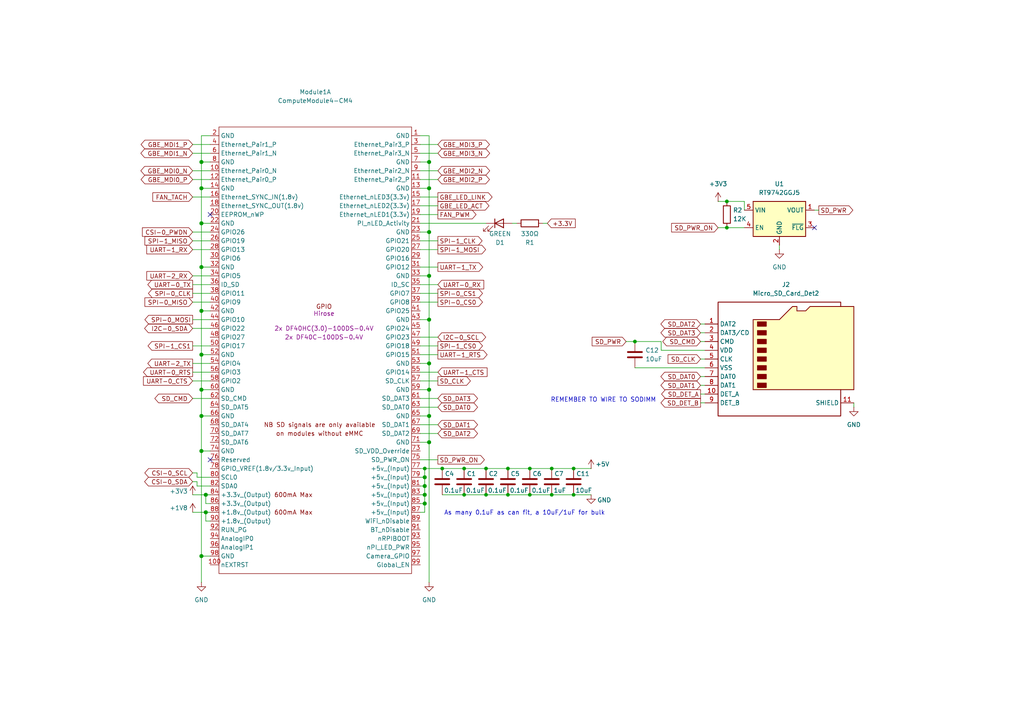
<source format=kicad_sch>
(kicad_sch (version 20250114) (generator "eeschema") (generator_version "9.0")
  (paper "A4")
  (title_block (title "CM4/CM5 Carrier Board"))
  (lib_symbols
    (symbol "CM4IO:ComputeModule4-CM4"
      (property "Reference" "Module" (at 113.03 -68.58 0))
      (property "Value" "ComputeModule4-CM4" (at 140.97 2.54 0))
      (property "Manufacturer" "Hirose" (at 0 0 0))
      (property "MPN" "2x DF40C-100DS-0.4V" (at 0 -2.54 0))
      (property "MPN (Alt)" "2x DF40HC(3.0)-100DS-0.4V" (at 0 0 0))
      (symbol "ComputeModule4-CM4_1_0"
        (text "GPIO" (at 0 6.35 0) (effects (font (size 1.27 1.27))))
      )
      (symbol "ComputeModule4-CM4_1_1"
        (rectangle (start -30.48 -71.12) (end 25.4 58.42))
        (text "600mA Max" (at -8.89 -48.26 0) (effects (font (size 1.27 1.27))))
        (text "600mA Max" (at -8.89 -53.34 0) (effects (font (size 1.27 1.27))))
        (text "NB SD signals are only available" (at -1.27 -27.94 0) (effects (font (size 1.27 1.27))))
        (text "on modules without eMMC" (at -1.27 -30.48 0) (effects (font (size 1.27 1.27))))
        (pin power_in line (at -33.02 55.88 0) (length 2.54) (name "GND") (number "2"))
        (pin passive line (at -33.02 53.34 0) (length 2.54) (name "Ethernet_Pair1_P") (number "4"))
        (pin passive line (at -33.02 50.8 0) (length 2.54) (name "Ethernet_Pair1_N") (number "6"))
        (pin power_in line (at -33.02 48.26 0) (length 2.54) (name "GND") (number "8"))
        (pin passive line (at -33.02 45.72 0) (length 2.54) (name "Ethernet_Pair0_N") (number "10"))
        (pin passive line (at -33.02 43.18 0) (length 2.54) (name "Ethernet_Pair0_P") (number "12"))
        (pin power_in line (at -33.02 40.64 0) (length 2.54) (name "GND") (number "14"))
        (pin input line (at -33.02 38.1 0) (length 2.54) (name "Ethernet_SYNC_IN(1.8v)") (number "16"))
        (pin input line (at -33.02 35.56 0) (length 2.54) (name "Ethernet_SYNC_OUT(1.8v)") (number "18"))
        (pin passive line (at -33.02 33.02 0) (length 2.54) (name "EEPROM_nWP") (number "20"))
        (pin power_in line (at -33.02 30.48 0) (length 2.54) (name "GND") (number "22"))
        (pin passive line (at -33.02 27.94 0) (length 2.54) (name "GPIO26") (number "24"))
        (pin passive line (at -33.02 25.4 0) (length 2.54) (name "GPIO19") (number "26"))
        (pin passive line (at -33.02 22.86 0) (length 2.54) (name "GPIO13") (number "28"))
        (pin passive line (at -33.02 20.32 0) (length 2.54) (name "GPIO6") (number "30"))
        (pin power_in line (at -33.02 17.78 0) (length 2.54) (name "GND") (number "32"))
        (pin passive line (at -33.02 15.24 0) (length 2.54) (name "GPIO5") (number "34"))
        (pin passive line (at -33.02 12.7 0) (length 2.54) (name "ID_SD") (number "36"))
        (pin passive line (at -33.02 10.16 0) (length 2.54) (name "GPIO11") (number "38"))
        (pin passive line (at -33.02 7.62 0) (length 2.54) (name "GPIO9") (number "40"))
        (pin power_in line (at -33.02 5.08 0) (length 2.54) (name "GND") (number "42"))
        (pin passive line (at -33.02 2.54 0) (length 2.54) (name "GPIO10") (number "44"))
        (pin passive line (at -33.02 0 0) (length 2.54) (name "GPIO22") (number "46"))
        (pin passive line (at -33.02 -2.54 0) (length 2.54) (name "GPIO27") (number "48"))
        (pin passive line (at -33.02 -5.08 0) (length 2.54) (name "GPIO17") (number "50"))
        (pin power_in line (at -33.02 -7.62 0) (length 2.54) (name "GND") (number "52"))
        (pin passive line (at -33.02 -10.16 0) (length 2.54) (name "GPIO4") (number "54"))
        (pin passive line (at -33.02 -12.7 0) (length 2.54) (name "GPIO3") (number "56"))
        (pin passive line (at -33.02 -15.24 0) (length 2.54) (name "GPIO2") (number "58"))
        (pin power_in line (at -33.02 -17.78 0) (length 2.54) (name "GND") (number "60"))
        (pin passive line (at -33.02 -20.32 0) (length 2.54) (name "SD_CMD") (number "62"))
        (pin passive line (at -33.02 -22.86 0) (length 2.54) (name "SD_DAT5") (number "64"))
        (pin power_in line (at -33.02 -25.4 0) (length 2.54) (name "GND") (number "66"))
        (pin passive line (at -33.02 -27.94 0) (length 2.54) (name "SD_DAT4") (number "68"))
        (pin passive line (at -33.02 -30.48 0) (length 2.54) (name "SD_DAT7") (number "70"))
        (pin passive line (at -33.02 -33.02 0) (length 2.54) (name "SD_DAT6") (number "72"))
        (pin power_in line (at -33.02 -35.56 0) (length 2.54) (name "GND") (number "74"))
        (pin passive line (at -33.02 -38.1 0) (length 2.54) (name "Reserved") (number "76"))
        (pin power_in line (at -33.02 -40.64 0) (length 2.54) (name "GPIO_VREF(1.8v/3.3v_Input)") (number "78"))
        (pin passive line (at -33.02 -43.18 0) (length 2.54) (name "SCL0") (number "80"))
        (pin passive line (at -33.02 -45.72 0) (length 2.54) (name "SDA0") (number "82"))
        (pin power_out line (at -33.02 -48.26 0) (length 2.54) (name "+3.3v_(Output)") (number "84"))
        (pin power_out line (at -33.02 -50.8 0) (length 2.54) (name "+3.3v_(Output)") (number "86"))
        (pin power_out line (at -33.02 -53.34 0) (length 2.54) (name "+1.8v_(Output)") (number "88"))
        (pin power_out line (at -33.02 -55.88 0) (length 2.54) (name "+1.8v_(Output)") (number "90"))
        (pin passive line (at -33.02 -58.42 0) (length 2.54) (name "RUN_PG") (number "92"))
        (pin passive line (at -33.02 -60.96 0) (length 2.54) (name "AnalogIP0") (number "94"))
        (pin passive line (at -33.02 -63.5 0) (length 2.54) (name "AnalogIP1") (number "96"))
        (pin power_in line (at -33.02 -66.04 0) (length 2.54) (name "GND") (number "98"))
        (pin output line (at -33.02 -68.58 0) (length 2.54) (name "nEXTRST") (number "100"))
        (pin power_in line (at 27.94 55.88 180) (length 2.54) (name "GND") (number "1"))
        (pin passive line (at 27.94 53.34 180) (length 2.54) (name "Ethernet_Pair3_P") (number "3"))
        (pin passive line (at 27.94 50.8 180) (length 2.54) (name "Ethernet_Pair3_N") (number "5"))
        (pin power_in line (at 27.94 48.26 180) (length 2.54) (name "GND") (number "7"))
        (pin passive line (at 27.94 45.72 180) (length 2.54) (name "Ethernet_Pair2_N") (number "9"))
        (pin passive line (at 27.94 43.18 180) (length 2.54) (name "Ethernet_Pair2_P") (number "11"))
        (pin power_in line (at 27.94 40.64 180) (length 2.54) (name "GND") (number "13"))
        (pin output line (at 27.94 38.1 180) (length 2.54) (name "Ethernet_nLED3(3.3v)") (number "15"))
        (pin output line (at 27.94 35.56 180) (length 2.54) (name "Ethernet_nLED2(3.3v)") (number "17"))
        (pin output line (at 27.94 33.02 180) (length 2.54) (name "Ethernet_nLED1(3.3v)") (number "19"))
        (pin open_collector line (at 27.94 30.48 180) (length 2.54) (name "PI_nLED_Activity") (number "21"))
        (pin power_in line (at 27.94 27.94 180) (length 2.54) (name "GND") (number "23"))
        (pin passive line (at 27.94 25.4 180) (length 2.54) (name "GPIO21") (number "25"))
        (pin passive line (at 27.94 22.86 180) (length 2.54) (name "GPIO20") (number "27"))
        (pin passive line (at 27.94 20.32 180) (length 2.54) (name "GPIO16") (number "29"))
        (pin passive line (at 27.94 17.78 180) (length 2.54) (name "GPIO12") (number "31"))
        (pin power_in line (at 27.94 15.24 180) (length 2.54) (name "GND") (number "33"))
        (pin passive line (at 27.94 12.7 180) (length 2.54) (name "ID_SC") (number "35"))
        (pin passive line (at 27.94 10.16 180) (length 2.54) (name "GPIO7") (number "37"))
        (pin passive line (at 27.94 7.62 180) (length 2.54) (name "GPIO8") (number "39"))
        (pin passive line (at 27.94 5.08 180) (length 2.54) (name "GPIO25") (number "41"))
        (pin power_in line (at 27.94 2.54 180) (length 2.54) (name "GND") (number "43"))
        (pin passive line (at 27.94 0 180) (length 2.54) (name "GPIO24") (number "45"))
        (pin passive line (at 27.94 -2.54 180) (length 2.54) (name "GPIO23") (number "47"))
        (pin passive line (at 27.94 -5.08 180) (length 2.54) (name "GPIO18") (number "49"))
        (pin passive line (at 27.94 -7.62 180) (length 2.54) (name "GPIO15") (number "51"))
        (pin power_in line (at 27.94 -10.16 180) (length 2.54) (name "GND") (number "53"))
        (pin passive line (at 27.94 -12.7 180) (length 2.54) (name "GPIO14") (number "55"))
        (pin passive line (at 27.94 -15.24 180) (length 2.54) (name "SD_CLK") (number "57"))
        (pin power_in line (at 27.94 -17.78 180) (length 2.54) (name "GND") (number "59"))
        (pin passive line (at 27.94 -20.32 180) (length 2.54) (name "SD_DAT3") (number "61"))
        (pin passive line (at 27.94 -22.86 180) (length 2.54) (name "SD_DAT0") (number "63"))
        (pin power_in line (at 27.94 -25.4 180) (length 2.54) (name "GND") (number "65"))
        (pin passive line (at 27.94 -27.94 180) (length 2.54) (name "SD_DAT1") (number "67"))
        (pin passive line (at 27.94 -30.48 180) (length 2.54) (name "SD_DAT2") (number "69"))
        (pin power_in line (at 27.94 -33.02 180) (length 2.54) (name "GND") (number "71"))
        (pin input line (at 27.94 -35.56 180) (length 2.54) (name "SD_VDD_Override") (number "73"))
        (pin output line (at 27.94 -38.1 180) (length 2.54) (name "SD_PWR_ON") (number "75"))
        (pin power_in line (at 27.94 -40.64 180) (length 2.54) (name "+5v_(Input)") (number "77"))
        (pin power_in line (at 27.94 -43.18 180) (length 2.54) (name "+5v_(Input)") (number "79"))
        (pin power_in line (at 27.94 -45.72 180) (length 2.54) (name "+5v_(Input)") (number "81"))
        (pin power_in line (at 27.94 -48.26 180) (length 2.54) (name "+5v_(Input)") (number "83"))
        (pin power_in line (at 27.94 -50.8 180) (length 2.54) (name "+5v_(Input)") (number "85"))
        (pin power_in line (at 27.94 -53.34 180) (length 2.54) (name "+5v_(Input)") (number "87"))
        (pin power_in line (at 27.94 -55.88 180) (length 2.54) (name "WiFi_nDisable") (number "89"))
        (pin power_in line (at 27.94 -58.42 180) (length 2.54) (name "BT_nDisable") (number "91"))
        (pin input line (at 27.94 -60.96 180) (length 2.54) (name "nRPIBOOT") (number "93"))
        (pin output line (at 27.94 -63.5 180) (length 2.54) (name "nPI_LED_PWR") (number "95"))
        (pin passive line (at 27.94 -66.04 180) (length 2.54) (name "Camera_GPIO") (number "97"))
        (pin input line (at 27.94 -68.58 180) (length 2.54) (name "Global_EN") (number "99"))
      )
      (symbol "ComputeModule4-CM4_2_1"
        (rectangle (start 114.3 -66.04) (end 165.1 63.5))
        (text "High Speed Serial" (at 140.97 0 0) (effects (font (size 1.27 1.27))))
        (pin input line (at 109.22 60.96 0) (length 5.08) (name "PCIe_CLK_nREQ") (number "102"))
        (pin passive line (at 109.22 58.42 0) (length 5.08) (name "Reserved") (number "104"))
        (pin passive line (at 109.22 55.88 0) (length 5.08) (name "Reserved") (number "106"))
        (pin power_in line (at 109.22 53.34 0) (length 5.08) (name "GND") (number "108"))
        (pin output line (at 109.22 50.8 0) (length 5.08) (name "PCIe_CLK_P") (number "110"))
        (pin output line (at 109.22 48.26 0) (length 5.08) (name "PCIe_CLK_N") (number "112"))
        (pin power_in line (at 109.22 45.72 0) (length 5.08) (name "GND") (number "114"))
        (pin input line (at 109.22 43.18 0) (length 5.08) (name "PCIe_RX_P") (number "116"))
        (pin input line (at 109.22 40.64 0) (length 5.08) (name "PCIe_RX_N") (number "118"))
        (pin power_in line (at 109.22 38.1 0) (length 5.08) (name "GND") (number "120"))
        (pin output line (at 109.22 35.56 0) (length 5.08) (name "PCIe_TX_P") (number "122"))
        (pin output line (at 109.22 33.02 0) (length 5.08) (name "PCIe_TX_N") (number "124"))
        (pin power_in line (at 109.22 30.48 0) (length 5.08) (name "GND") (number "126"))
        (pin input line (at 109.22 27.94 0) (length 5.08) (name "CAM0_D0_N") (number "128"))
        (pin input line (at 109.22 25.4 0) (length 5.08) (name "CAM0_D0_P") (number "130"))
        (pin power_in line (at 109.22 22.86 0) (length 5.08) (name "GND") (number "132"))
        (pin input line (at 109.22 20.32 0) (length 5.08) (name "CAM0_D1_N") (number "134"))
        (pin input line (at 109.22 17.78 0) (length 5.08) (name "CAM0_D1_P") (number "136"))
        (pin power_in line (at 109.22 15.24 0) (length 5.08) (name "GND") (number "138"))
        (pin input line (at 109.22 12.7 0) (length 5.08) (name "CAM0_C_N") (number "140"))
        (pin input line (at 109.22 10.16 0) (length 5.08) (name "CAM0_C_P") (number "142"))
        (pin power_in line (at 109.22 7.62 0) (length 5.08) (name "GND") (number "144"))
        (pin output line (at 109.22 5.08 0) (length 5.08) (name "HDMI1_TX2_P") (number "146"))
        (pin output line (at 109.22 2.54 0) (length 5.08) (name "HDMI1_TX2_N") (number "148"))
        (pin power_in line (at 109.22 0 0) (length 5.08) (name "GND") (number "150"))
        (pin output line (at 109.22 -2.54 0) (length 5.08) (name "HDMI1_TX1_P") (number "152"))
        (pin output line (at 109.22 -5.08 0) (length 5.08) (name "HDMI1_TX1_N") (number "154"))
        (pin power_in line (at 109.22 -7.62 0) (length 5.08) (name "GND") (number "156"))
        (pin output line (at 109.22 -10.16 0) (length 5.08) (name "HDMI1_TX0_P") (number "158"))
        (pin output line (at 109.22 -12.7 0) (length 5.08) (name "HDMI1_TX0_N") (number "160"))
        (pin power_in line (at 109.22 -15.24 0) (length 5.08) (name "GND") (number "162"))
        (pin output line (at 109.22 -17.78 0) (length 5.08) (name "HDMI1_CLK_P") (number "164"))
        (pin output line (at 109.22 -20.32 0) (length 5.08) (name "HDMI1_CLK_N") (number "166"))
        (pin power_in line (at 109.22 -22.86 0) (length 5.08) (name "GND") (number "168"))
        (pin output line (at 109.22 -25.4 0) (length 5.08) (name "HDMI0_TX2_P") (number "170"))
        (pin output line (at 109.22 -27.94 0) (length 5.08) (name "HDMI0_TX2_N") (number "172"))
        (pin power_in line (at 109.22 -30.48 0) (length 5.08) (name "GND") (number "174"))
        (pin output line (at 109.22 -33.02 0) (length 5.08) (name "HDMI0_TX1_P") (number "176"))
        (pin output line (at 109.22 -35.56 0) (length 5.08) (name "HDMI0_TX1_N") (number "178"))
        (pin power_in line (at 109.22 -38.1 0) (length 5.08) (name "GND") (number "180"))
        (pin output line (at 109.22 -40.64 0) (length 5.08) (name "HDMI0_TX0_P") (number "182"))
        (pin output line (at 109.22 -43.18 0) (length 5.08) (name "HDMI0_TX0_N") (number "184"))
        (pin power_in line (at 109.22 -45.72 0) (length 5.08) (name "GND") (number "186"))
        (pin output line (at 109.22 -48.26 0) (length 5.08) (name "HDMI0_CLK_P") (number "188"))
        (pin output line (at 109.22 -50.8 0) (length 5.08) (name "HDMI0_CLK_N") (number "190"))
        (pin power_in line (at 109.22 -53.34 0) (length 5.08) (name "GND") (number "192"))
        (pin output line (at 109.22 -55.88 0) (length 5.08) (name "DSI1_D3_N") (number "194"))
        (pin output line (at 109.22 -58.42 0) (length 5.08) (name "DSI1_D3_P") (number "196"))
        (pin power_in line (at 109.22 -60.96 0) (length 5.08) (name "GND") (number "198"))
        (pin open_collector line (at 109.22 -63.5 0) (length 5.08) (name "HDMI0_SCL") (number "200"))
        (pin input line (at 170.18 60.96 180) (length 5.08) (name "USB_OTG_ID") (number "101"))
        (pin passive line (at 170.18 58.42 180) (length 5.08) (name "USB2_N") (number "103"))
        (pin passive line (at 170.18 55.88 180) (length 5.08) (name "USB2_P") (number "105"))
        (pin power_in line (at 170.18 53.34 180) (length 5.08) (name "GND") (number "107"))
        (pin bidirectional line (at 170.18 50.8 180) (length 5.08) (name "PCIe_nRST") (number "109"))
        (pin passive line (at 170.18 48.26 180) (length 5.08) (name "VDAC_COMP") (number "111"))
        (pin power_in line (at 170.18 45.72 180) (length 5.08) (name "GND") (number "113"))
        (pin input line (at 170.18 43.18 180) (length 5.08) (name "CAM1_D0_N") (number "115"))
        (pin input line (at 170.18 40.64 180) (length 5.08) (name "CAM1_D0_P") (number "117"))
        (pin power_in line (at 170.18 38.1 180) (length 5.08) (name "GND") (number "119"))
        (pin input line (at 170.18 35.56 180) (length 5.08) (name "CAM1_D1_N") (number "121"))
        (pin input line (at 170.18 33.02 180) (length 5.08) (name "CAM1_D1_P") (number "123"))
        (pin power_in line (at 170.18 30.48 180) (length 5.08) (name "GND") (number "125"))
        (pin input line (at 170.18 27.94 180) (length 5.08) (name "CAM1_C_N") (number "127"))
        (pin input line (at 170.18 25.4 180) (length 5.08) (name "CAM1_C_P") (number "129"))
        (pin power_in line (at 170.18 22.86 180) (length 5.08) (name "GND") (number "131"))
        (pin input line (at 170.18 20.32 180) (length 5.08) (name "CAM1_D2_N") (number "133"))
        (pin input line (at 170.18 17.78 180) (length 5.08) (name "CAM1_D2_P") (number "135"))
        (pin power_in line (at 170.18 15.24 180) (length 5.08) (name "GND") (number "137"))
        (pin input line (at 170.18 12.7 180) (length 5.08) (name "CAM1_D3_N") (number "139"))
        (pin input line (at 170.18 10.16 180) (length 5.08) (name "CAM1_D3_P") (number "141"))
        (pin input line (at 170.18 7.62 180) (length 5.08) (name "HDMI1_HOTPLUG") (number "143"))
        (pin bidirectional line (at 170.18 5.08 180) (length 5.08) (name "HDMI1_SDA") (number "145"))
        (pin open_collector line (at 170.18 2.54 180) (length 5.08) (name "HDMI1_SCL") (number "147"))
        (pin open_collector line (at 170.18 0 180) (length 5.08) (name "HDMI1_CEC") (number "149"))
        (pin open_collector line (at 170.18 -2.54 180) (length 5.08) (name "HDMI0_CEC") (number "151"))
        (pin input line (at 170.18 -5.08 180) (length 5.08) (name "HDMI0_HOTPLUG") (number "153"))
        (pin power_in line (at 170.18 -7.62 180) (length 5.08) (name "GND") (number "155"))
        (pin output line (at 170.18 -10.16 180) (length 5.08) (name "DSI0_D0_N") (number "157"))
        (pin output line (at 170.18 -12.7 180) (length 5.08) (name "DSI0_D0_P") (number "159"))
        (pin power_in line (at 170.18 -15.24 180) (length 5.08) (name "GND") (number "161"))
        (pin output line (at 170.18 -17.78 180) (length 5.08) (name "DSI0_D1_N") (number "163"))
        (pin output line (at 170.18 -20.32 180) (length 5.08) (name "DSI0_D1_P") (number "165"))
        (pin power_in line (at 170.18 -22.86 180) (length 5.08) (name "GND") (number "167"))
        (pin output line (at 170.18 -25.4 180) (length 5.08) (name "DSI0_C_N") (number "169"))
        (pin output line (at 170.18 -27.94 180) (length 5.08) (name "DSI0_C_P") (number "171"))
        (pin power_in line (at 170.18 -30.48 180) (length 5.08) (name "GND") (number "173"))
        (pin output line (at 170.18 -33.02 180) (length 5.08) (name "DSI1_D0_N") (number "175"))
        (pin output line (at 170.18 -35.56 180) (length 5.08) (name "DSI1_D0_P") (number "177"))
        (pin power_in line (at 170.18 -38.1 180) (length 5.08) (name "GND") (number "179"))
        (pin output line (at 170.18 -40.64 180) (length 5.08) (name "DSI1_D1_N") (number "181"))
        (pin output line (at 170.18 -43.18 180) (length 5.08) (name "DSI1_D1_P") (number "183"))
        (pin power_in line (at 170.18 -45.72 180) (length 5.08) (name "GND") (number "185"))
        (pin output line (at 170.18 -48.26 180) (length 5.08) (name "DSI1_C_N") (number "187"))
        (pin output line (at 170.18 -50.8 180) (length 5.08) (name "DSI1_C_P") (number "189"))
        (pin power_in line (at 170.18 -53.34 180) (length 5.08) (name "GND") (number "191"))
        (pin output line (at 170.18 -55.88 180) (length 5.08) (name "DSI1_D2_N") (number "193"))
        (pin output line (at 170.18 -58.42 180) (length 5.08) (name "DSI1_D2_P") (number "195"))
        (pin power_in line (at 170.18 -60.96 180) (length 5.08) (name "GND") (number "197"))
        (pin bidirectional line (at 170.18 -63.5 180) (length 5.08) (name "HDMI0_SDA") (number "199"))
      )
    )
    (symbol "Connector:Micro_SD_Card_Det2"
      (property "Reference" "J" (at -16.51 17.78 0))
      (property "Value" "Micro_SD_Card_Det2" (at 16.51 17.78 0))
      (symbol "Micro_SD_Card_Det2_0_1"
        (polyline (pts (xy -8.89 -8.89) (xy -8.89 11.43) (xy -1.27 11.43) (xy 2.54 15.24) (xy 3.81 15.24) (xy 3.81 13.97) (xy 6.35 13.97) (xy 7.62 15.24) (xy 20.32 15.24) (xy 20.32 -8.89) (xy -8.89 -8.89)) (stroke (width 0.254)) (fill (type background)))
        (rectangle (start -7.62 10.795) (end -5.08 9.525) (stroke (width 0.254)) (fill (type outline)))
        (rectangle (start -7.62 8.255) (end -5.08 6.985) (stroke (width 0.254)) (fill (type outline)))
        (rectangle (start -7.62 5.715) (end -5.08 4.445) (stroke (width 0.254)) (fill (type outline)))
        (rectangle (start -7.62 3.175) (end -5.08 1.905) (stroke (width 0.254)) (fill (type outline)))
        (rectangle (start -7.62 0.635) (end -5.08 -0.635) (stroke (width 0.254)) (fill (type outline)))
        (rectangle (start -7.62 -1.905) (end -5.08 -3.175) (stroke (width 0.254)) (fill (type outline)))
        (rectangle (start -7.62 -4.445) (end -5.08 -5.715) (stroke (width 0.254)) (fill (type outline)))
        (rectangle (start -7.62 -6.985) (end -5.08 -8.255) (stroke (width 0.254)) (fill (type outline)))
        (polyline (pts (xy 16.51 15.24) (xy 16.51 16.51) (xy -19.05 16.51) (xy -19.05 -16.51) (xy 16.51 -16.51) (xy 16.51 -8.89)) (stroke (width 0.254)))
      )
      (symbol "Micro_SD_Card_Det2_1_1"
        (pin bidirectional line (at -22.86 10.16 0) (length 3.81) (name "DAT2") (number "1"))
        (pin bidirectional line (at -22.86 7.62 0) (length 3.81) (name "DAT3/CD") (number "2"))
        (pin input line (at -22.86 5.08 0) (length 3.81) (name "CMD") (number "3"))
        (pin power_in line (at -22.86 2.54 0) (length 3.81) (name "VDD") (number "4"))
        (pin input line (at -22.86 0 0) (length 3.81) (name "CLK") (number "5"))
        (pin power_in line (at -22.86 -2.54 0) (length 3.81) (name "VSS") (number "6"))
        (pin bidirectional line (at -22.86 -5.08 0) (length 3.81) (name "DAT0") (number "7"))
        (pin bidirectional line (at -22.86 -7.62 0) (length 3.81) (name "DAT1") (number "8"))
        (pin passive line (at -22.86 -10.16 0) (length 3.81) (name "DET_A") (number "10"))
        (pin passive line (at -22.86 -12.7 0) (length 3.81) (name "DET_B") (number "9"))
        (pin passive line (at 20.32 -12.7 180) (length 3.81) (name "SHIELD") (number "11"))
      )
    )
    (symbol "Device:C" (pin_numbers (hide yes)) (pin_names (offset 0.254))
      (property "Reference" "C" (at 0.635 2.54 0))
      (property "Value" "C" (at 0.635 -2.54 0))
      (symbol "C_0_1"
        (polyline (pts (xy -2.032 0.762) (xy 2.032 0.762)) (stroke (width 0.508)))
        (polyline (pts (xy -2.032 -0.762) (xy 2.032 -0.762)) (stroke (width 0.508)))
      )
      (symbol "C_1_1"
        (pin passive line (at 0 3.81 270) (length 2.794) (name "~") (number "1"))
        (pin passive line (at 0 -3.81 90) (length 2.794) (name "~") (number "2"))
      )
    )
    (symbol "Device:LED" (pin_numbers (hide yes)) (pin_names (offset 1.016) (hide yes))
      (property "Reference" "D" (at 0 2.54 0))
      (property "Value" "LED" (at 0 -2.54 0))
      (symbol "LED_0_1"
        (polyline (pts (xy -3.048 -0.762) (xy -4.572 -2.286) (xy -3.81 -2.286) (xy -4.572 -2.286) (xy -4.572 -1.524)))
        (polyline (pts (xy -1.778 -0.762) (xy -3.302 -2.286) (xy -2.54 -2.286) (xy -3.302 -2.286) (xy -3.302 -1.524)))
        (polyline (pts (xy -1.27 0) (xy 1.27 0)))
        (polyline (pts (xy -1.27 -1.27) (xy -1.27 1.27)) (stroke (width 0.254)))
        (polyline (pts (xy 1.27 -1.27) (xy 1.27 1.27) (xy -1.27 0) (xy 1.27 -1.27)) (stroke (width 0.254)))
      )
      (symbol "LED_1_1"
        (pin passive line (at -3.81 0 0) (length 2.54) (name "K") (number "1"))
        (pin passive line (at 3.81 0 180) (length 2.54) (name "A") (number "2"))
      )
    )
    (symbol "Device:R" (pin_numbers (hide yes)) (pin_names (offset 0))
      (property "Reference" "R" (at 2.032 0 90))
      (property "Value" "R" (at 0 0 90))
      (symbol "R_0_1"
        (rectangle (start -1.016 -2.54) (end 1.016 2.54) (stroke (width 0.254)))
      )
      (symbol "R_1_1"
        (pin passive line (at 0 3.81 270) (length 1.27) (name "~") (number "1"))
        (pin passive line (at 0 -3.81 90) (length 1.27) (name "~") (number "2"))
      )
    )
    (symbol "Power_Management:RT9742AGJ5F"
      (property "Reference" "U" (at 0 10.16 0))
      (property "Value" "RT9742AGJ5F" (at 0 7.62 0))
      (symbol "RT9742AGJ5F_0_1"
        (rectangle (start -7.62 5.08) (end 7.62 -5.08) (stroke (width 0.254)) (fill (type background)))
      )
      (symbol "RT9742AGJ5F_1_1"
        (pin power_in line (at -10.16 2.54 0) (length 2.54) (name "VIN") (number "5"))
        (pin input line (at -10.16 -2.54 0) (length 2.54) (name "EN") (number "4"))
        (pin power_in line (at 0 -7.62 90) (length 2.54) (name "GND") (number "2"))
        (pin power_out line (at 10.16 2.54 180) (length 2.54) (name "VOUT") (number "1"))
        (pin open_collector line (at 10.16 -2.54 180) (length 2.54) (name "~{FLG}") (number "3"))
      )
    )
    (symbol "power:+1V8" (power) (pin_numbers (hide yes)) (pin_names (offset 0) (hide yes))
      (property "Value" "+1V8" (at 0 3.556 0))
      (symbol "+1V8_0_1"
        (polyline (pts (xy -0.762 1.27) (xy 0 2.54)))
        (polyline (pts (xy 0 2.54) (xy 0.762 1.27)))
        (polyline (pts (xy 0 0) (xy 0 2.54)))
      )
      (symbol "+1V8_1_1"
        (pin power_in line (at 0 0 90) (length 0) (name "~") (number "1"))
      )
    )
    (symbol "power:+3V3" (power) (pin_numbers (hide yes)) (pin_names (offset 0) (hide yes))
      (property "Value" "+3V3" (at 0 3.556 0))
      (symbol "+3V3_0_1"
        (polyline (pts (xy -0.762 1.27) (xy 0 2.54)))
        (polyline (pts (xy 0 2.54) (xy 0.762 1.27)))
        (polyline (pts (xy 0 0) (xy 0 2.54)))
      )
      (symbol "+3V3_1_1"
        (pin power_in line (at 0 0 90) (length 0) (name "~") (number "1"))
      )
    )
    (symbol "power:+5V" (power) (pin_numbers (hide yes)) (pin_names (offset 0) (hide yes))
      (property "Value" "+5V" (at 0 3.556 0))
      (symbol "+5V_0_1"
        (polyline (pts (xy -0.762 1.27) (xy 0 2.54)))
        (polyline (pts (xy 0 2.54) (xy 0.762 1.27)))
        (polyline (pts (xy 0 0) (xy 0 2.54)))
      )
      (symbol "+5V_1_1"
        (pin power_in line (at 0 0 90) (length 0) (name "~") (number "1"))
      )
    )
    (symbol "power:GND" (power) (pin_numbers (hide yes)) (pin_names (offset 0) (hide yes))
      (property "Value" "GND" (at 0 -3.81 0))
      (symbol "GND_0_1"
        (polyline (pts (xy 0 0) (xy 0 -1.27) (xy 1.27 -1.27) (xy 0 -2.54) (xy -1.27 -1.27) (xy 0 -1.27)))
      )
      (symbol "GND_1_1"
        (pin power_in line (at 0 0 270) (length 0) (name "~") (number "1"))
      )
    )
  )
  (text "REMEMBER TO WIRE TO SODIMM" (at 175.006 116.078 0) (effects (font (size 1.27 1.27))))
  (text "As many 0.1uF as can fit, a 10uF/1uF for bulk" (at 152.146 148.844 0) (effects (font (size 1.27 1.27))))
  (junction (at 166.37 143.51))
  (junction (at 58.42 130.81) (diameter 1.016))
  (junction (at 184.15 99.06))
  (junction (at 124.46 113.03) (diameter 1.016))
  (junction (at 58.42 102.87) (diameter 1.016))
  (junction (at 124.46 105.41) (diameter 1.016))
  (junction (at 124.46 80.01) (diameter 1.016))
  (junction (at 166.37 135.89))
  (junction (at 124.46 92.71) (diameter 1.016))
  (junction (at 58.42 46.99) (diameter 1.016))
  (junction (at 58.42 113.03) (diameter 1.016))
  (junction (at 123.19 146.05) (diameter 1.016))
  (junction (at 160.02 143.51))
  (junction (at 124.46 120.65) (diameter 1.016))
  (junction (at 147.32 143.51))
  (junction (at 123.19 143.51) (diameter 1.016))
  (junction (at 123.19 135.89))
  (junction (at 140.97 143.51))
  (junction (at 58.42 161.29) (diameter 1.016))
  (junction (at 210.82 66.04))
  (junction (at 128.27 135.89))
  (junction (at 123.19 140.97) (diameter 1.016))
  (junction (at 153.67 135.89))
  (junction (at 58.42 64.77) (diameter 1.016))
  (junction (at 134.62 143.51))
  (junction (at 210.82 58.42))
  (junction (at 134.62 135.89))
  (junction (at 123.19 138.43) (diameter 1.016))
  (junction (at 124.46 67.31) (diameter 1.016))
  (junction (at 59.69 148.59) (diameter 1.016))
  (junction (at 147.32 135.89))
  (junction (at 124.46 54.61) (diameter 1.016))
  (junction (at 58.42 77.47) (diameter 1.016))
  (junction (at 140.97 135.89))
  (junction (at 153.67 143.51))
  (junction (at 58.42 54.61) (diameter 1.016))
  (junction (at 59.69 143.51) (diameter 1.016))
  (junction (at 160.02 135.89))
  (junction (at 58.42 120.65) (diameter 1.016))
  (junction (at 58.42 90.17) (diameter 1.016))
  (junction (at 124.46 46.99) (diameter 1.016))
  (junction (at 124.46 128.27) (diameter 1.016))
  (no_connect (at 60.96 133.35))
  (no_connect (at 60.96 62.23))
  (no_connect (at 236.22 66.04))
  (wire (pts (xy 121.92 146.05) (xy 123.19 146.05)))
  (wire (pts (xy 127 49.53) (xy 121.92 49.53)))
  (wire (pts (xy 149.86 64.77) (xy 148.59 64.77)))
  (wire (pts (xy 121.92 67.31) (xy 124.46 67.31)))
  (wire (pts (xy 123.19 135.89) (xy 123.19 138.43)))
  (wire (pts (xy 124.46 120.65) (xy 124.46 128.27)))
  (wire (pts (xy 127 87.63) (xy 121.92 87.63)))
  (wire (pts (xy 124.46 39.37) (xy 124.46 46.99)))
  (wire (pts (xy 58.42 77.47) (xy 60.96 77.47)))
  (wire (pts (xy 184.15 106.68) (xy 204.47 106.68)))
  (wire (pts (xy 127 77.47) (xy 121.92 77.47)))
  (wire (pts (xy 124.46 128.27) (xy 124.46 168.91)))
  (wire (pts (xy 127 107.95) (xy 121.92 107.95)))
  (wire (pts (xy 127 133.35) (xy 121.92 133.35)))
  (wire (pts (xy 127 102.87) (xy 121.92 102.87)))
  (wire (pts (xy 127 125.73) (xy 121.92 125.73)))
  (wire (pts (xy 203.2 109.22) (xy 204.47 109.22)))
  (wire (pts (xy 121.92 54.61) (xy 124.46 54.61)))
  (wire (pts (xy 215.9 60.96) (xy 215.9 58.42)))
  (wire (pts (xy 166.37 135.89) (xy 171.45 135.89)))
  (wire (pts (xy 55.88 100.33) (xy 60.96 100.33)))
  (wire (pts (xy 58.42 120.65) (xy 58.42 130.81)))
  (wire (pts (xy 121.92 105.41) (xy 124.46 105.41)))
  (wire (pts (xy 140.97 135.89) (xy 147.32 135.89)))
  (wire (pts (xy 204.47 101.6) (xy 191.77 101.6)))
  (wire (pts (xy 55.88 137.16) (xy 57.15 137.16)))
  (wire (pts (xy 57.15 139.7) (xy 57.15 140.97)))
  (wire (pts (xy 127 57.15) (xy 121.92 57.15)))
  (wire (pts (xy 153.67 143.51) (xy 160.02 143.51)))
  (wire (pts (xy 58.42 161.29) (xy 58.42 168.91)))
  (wire (pts (xy 55.88 87.63) (xy 60.96 87.63)))
  (wire (pts (xy 237.49 60.96) (xy 236.22 60.96)))
  (wire (pts (xy 123.19 146.05) (xy 123.19 143.51)))
  (wire (pts (xy 127 41.91) (xy 121.92 41.91)))
  (wire (pts (xy 127 115.57) (xy 121.92 115.57)))
  (wire (pts (xy 58.42 64.77) (xy 60.96 64.77)))
  (wire (pts (xy 55.88 80.01) (xy 60.96 80.01)))
  (wire (pts (xy 58.42 90.17) (xy 58.42 102.87)))
  (wire (pts (xy 128.27 143.51) (xy 134.62 143.51)))
  (wire (pts (xy 134.62 143.51) (xy 140.97 143.51)))
  (wire (pts (xy 55.88 95.25) (xy 60.96 95.25)))
  (wire (pts (xy 55.88 107.95) (xy 60.96 107.95)))
  (wire (pts (xy 59.69 151.13) (xy 59.69 148.59)))
  (wire (pts (xy 121.92 120.65) (xy 124.46 120.65)))
  (wire (pts (xy 55.88 67.31) (xy 60.96 67.31)))
  (wire (pts (xy 147.32 135.89) (xy 153.67 135.89)))
  (wire (pts (xy 55.88 69.85) (xy 60.96 69.85)))
  (wire (pts (xy 127 123.19) (xy 121.92 123.19)))
  (wire (pts (xy 55.88 44.45) (xy 60.96 44.45)))
  (wire (pts (xy 59.69 146.05) (xy 59.69 143.51)))
  (wire (pts (xy 123.19 135.89) (xy 128.27 135.89)))
  (wire (pts (xy 60.96 151.13) (xy 59.69 151.13)))
  (wire (pts (xy 121.92 113.03) (xy 124.46 113.03)))
  (wire (pts (xy 127 100.33) (xy 121.92 100.33)))
  (wire (pts (xy 58.42 102.87) (xy 60.96 102.87)))
  (wire (pts (xy 55.88 52.07) (xy 60.96 52.07)))
  (wire (pts (xy 57.15 138.43) (xy 60.96 138.43)))
  (wire (pts (xy 123.19 143.51) (xy 123.19 140.97)))
  (wire (pts (xy 124.46 67.31) (xy 124.46 80.01)))
  (wire (pts (xy 127 44.45) (xy 121.92 44.45)))
  (wire (pts (xy 184.15 99.06) (xy 181.61 99.06)))
  (wire (pts (xy 57.15 137.16) (xy 57.15 138.43)))
  (wire (pts (xy 134.62 135.89) (xy 140.97 135.89)))
  (wire (pts (xy 55.88 110.49) (xy 60.96 110.49)))
  (wire (pts (xy 203.2 96.52) (xy 204.47 96.52)))
  (wire (pts (xy 58.42 77.47) (xy 58.42 90.17)))
  (wire (pts (xy 127 69.85) (xy 121.92 69.85)))
  (wire (pts (xy 121.92 143.51) (xy 123.19 143.51)))
  (wire (pts (xy 127 59.69) (xy 121.92 59.69)))
  (wire (pts (xy 58.42 46.99) (xy 60.96 46.99)))
  (wire (pts (xy 55.88 85.09) (xy 60.96 85.09)))
  (wire (pts (xy 55.88 143.51) (xy 59.69 143.51)))
  (wire (pts (xy 140.97 143.51) (xy 147.32 143.51)))
  (wire (pts (xy 124.46 92.71) (xy 124.46 105.41)))
  (wire (pts (xy 124.46 46.99) (xy 124.46 54.61)))
  (wire (pts (xy 121.92 140.97) (xy 123.19 140.97)))
  (wire (pts (xy 127 82.55) (xy 121.92 82.55)))
  (wire (pts (xy 128.27 135.89) (xy 134.62 135.89)))
  (wire (pts (xy 58.42 90.17) (xy 60.96 90.17)))
  (wire (pts (xy 160.02 143.51) (xy 166.37 143.51)))
  (wire (pts (xy 55.88 148.59) (xy 59.69 148.59)))
  (wire (pts (xy 121.92 80.01) (xy 124.46 80.01)))
  (wire (pts (xy 58.42 46.99) (xy 58.42 54.61)))
  (wire (pts (xy 121.92 135.89) (xy 123.19 135.89)))
  (wire (pts (xy 124.46 113.03) (xy 124.46 120.65)))
  (wire (pts (xy 58.42 54.61) (xy 60.96 54.61)))
  (wire (pts (xy 124.46 105.41) (xy 124.46 113.03)))
  (wire (pts (xy 121.92 148.59) (xy 123.19 148.59)))
  (wire (pts (xy 55.88 92.71) (xy 60.96 92.71)))
  (wire (pts (xy 123.19 148.59) (xy 123.19 146.05)))
  (wire (pts (xy 58.42 113.03) (xy 60.96 113.03)))
  (wire (pts (xy 55.88 105.41) (xy 60.96 105.41)))
  (wire (pts (xy 203.2 104.14) (xy 204.47 104.14)))
  (wire (pts (xy 127 52.07) (xy 121.92 52.07)))
  (wire (pts (xy 58.42 130.81) (xy 60.96 130.81)))
  (wire (pts (xy 147.32 143.51) (xy 153.67 143.51)))
  (wire (pts (xy 59.69 143.51) (xy 60.96 143.51)))
  (wire (pts (xy 127 97.79) (xy 121.92 97.79)))
  (wire (pts (xy 203.2 93.98) (xy 204.47 93.98)))
  (wire (pts (xy 210.82 58.42) (xy 215.9 58.42)))
  (wire (pts (xy 203.2 114.3) (xy 204.47 114.3)))
  (wire (pts (xy 58.42 120.65) (xy 60.96 120.65)))
  (wire (pts (xy 121.92 128.27) (xy 124.46 128.27)))
  (wire (pts (xy 123.19 140.97) (xy 123.19 138.43)))
  (wire (pts (xy 203.2 99.06) (xy 204.47 99.06)))
  (wire (pts (xy 191.77 101.6) (xy 191.77 99.06)))
  (wire (pts (xy 55.88 139.7) (xy 57.15 139.7)))
  (wire (pts (xy 121.92 64.77) (xy 140.97 64.77)))
  (wire (pts (xy 59.69 148.59) (xy 60.96 148.59)))
  (wire (pts (xy 226.06 72.39) (xy 226.06 71.12)))
  (wire (pts (xy 121.92 39.37) (xy 124.46 39.37)))
  (wire (pts (xy 121.92 138.43) (xy 123.19 138.43)))
  (wire (pts (xy 158.75 64.77) (xy 157.48 64.77)))
  (wire (pts (xy 60.96 146.05) (xy 59.69 146.05)))
  (wire (pts (xy 55.88 82.55) (xy 60.96 82.55)))
  (wire (pts (xy 55.88 41.91) (xy 60.96 41.91)))
  (wire (pts (xy 121.92 46.99) (xy 124.46 46.99)))
  (wire (pts (xy 127 85.09) (xy 121.92 85.09)))
  (wire (pts (xy 166.37 143.51) (xy 171.45 143.51)))
  (wire (pts (xy 203.2 116.84) (xy 204.47 116.84)))
  (wire (pts (xy 124.46 80.01) (xy 124.46 92.71)))
  (wire (pts (xy 57.15 140.97) (xy 60.96 140.97)))
  (wire (pts (xy 55.88 49.53) (xy 60.96 49.53)))
  (wire (pts (xy 58.42 161.29) (xy 60.96 161.29)))
  (wire (pts (xy 58.42 54.61) (xy 58.42 64.77)))
  (wire (pts (xy 58.42 113.03) (xy 58.42 120.65)))
  (wire (pts (xy 55.88 115.57) (xy 60.96 115.57)))
  (wire (pts (xy 58.42 130.81) (xy 58.42 161.29)))
  (wire (pts (xy 160.02 135.89) (xy 166.37 135.89)))
  (wire (pts (xy 124.46 54.61) (xy 124.46 67.31)))
  (wire (pts (xy 184.15 99.06) (xy 191.77 99.06)))
  (wire (pts (xy 58.42 39.37) (xy 58.42 46.99)))
  (wire (pts (xy 58.42 102.87) (xy 58.42 113.03)))
  (wire (pts (xy 60.96 39.37) (xy 58.42 39.37)))
  (wire (pts (xy 121.92 92.71) (xy 124.46 92.71)))
  (wire (pts (xy 127 110.49) (xy 121.92 110.49)))
  (wire (pts (xy 58.42 64.77) (xy 58.42 77.47)))
  (wire (pts (xy 55.88 57.15) (xy 60.96 57.15)))
  (wire (pts (xy 153.67 135.89) (xy 160.02 135.89)))
  (wire (pts (xy 127 72.39) (xy 121.92 72.39)))
  (wire (pts (xy 127 62.23) (xy 121.92 62.23)))
  (wire (pts (xy 127 118.11) (xy 121.92 118.11)))
  (wire (pts (xy 210.82 66.04) (xy 215.9 66.04)))
  (wire (pts (xy 203.2 111.76) (xy 204.47 111.76)))
  (wire (pts (xy 208.28 58.42) (xy 210.82 58.42)))
  (wire (pts (xy 208.28 66.04) (xy 210.82 66.04)))
  (wire (pts (xy 247.65 118.11) (xy 247.65 116.84)))
  (wire (pts (xy 55.88 72.39) (xy 60.96 72.39)))
  (global_label "SD_DAT3" (shape bidirectional) (at 127 115.57 0) (property "Intersheetrefs" "${INTERSHEET_REFS}" (effects (hide yes))))
  (global_label "GBE_MDI3_P" (shape bidirectional) (at 127 41.91 0) (property "Intersheetrefs" "${INTERSHEET_REFS}" (effects (hide yes))))
  (global_label "SD_PWR_ON" (shape output) (at 127 133.35 0) (property "Intersheetrefs" "${INTERSHEET_REFS}" (effects (hide yes))))
  (global_label "GBE_MDI1_P" (shape bidirectional) (at 55.88 41.91 180) (property "Intersheetrefs" "${INTERSHEET_REFS}" (effects (hide yes))))
  (global_label "SD_CMD" (shape bidirectional) (at 203.2 99.06 180) (property "Intersheetrefs" "${INTERSHEET_REFS}" (effects (hide yes))))
  (global_label "SPI-1_MISO" (shape input) (at 55.88 69.85 180) (property "Intersheetrefs" "${INTERSHEET_REFS}" (effects (hide yes))))
  (global_label "SD_CLK" (shape output) (at 127 110.49 0) (property "Intersheetrefs" "${INTERSHEET_REFS}" (effects (hide yes))))
  (global_label "GBE_MDI2_P" (shape bidirectional) (at 127 52.07 0) (property "Intersheetrefs" "${INTERSHEET_REFS}" (effects (hide yes))))
  (global_label "GBE_MDI1_N" (shape bidirectional) (at 55.88 44.45 180) (property "Intersheetrefs" "${INTERSHEET_REFS}" (effects (hide yes))))
  (global_label "+3.3V" (shape input) (at 158.75 64.77 0) (property "Intersheetrefs" "${INTERSHEET_REFS}" (effects (hide yes))))
  (global_label "SD_DAT3" (shape bidirectional) (at 203.2 96.52 180) (property "Intersheetrefs" "${INTERSHEET_REFS}" (effects (hide yes))))
  (global_label "SPI-1_CLK" (shape output) (at 127 69.85 0) (property "Intersheetrefs" "${INTERSHEET_REFS}" (effects (hide yes))))
  (global_label "UART-1_TX" (shape output) (at 127 77.47 0) (property "Intersheetrefs" "${INTERSHEET_REFS}" (effects (hide yes))))
  (global_label "UART-2_TX" (shape output) (at 55.88 105.41 180) (property "Intersheetrefs" "${INTERSHEET_REFS}" (effects (hide yes))))
  (global_label "GBE_MDI3_N" (shape bidirectional) (at 127 44.45 0) (property "Intersheetrefs" "${INTERSHEET_REFS}" (effects (hide yes))))
  (global_label "GBE_MDI2_N" (shape bidirectional) (at 127 49.53 0) (property "Intersheetrefs" "${INTERSHEET_REFS}" (effects (hide yes))))
  (global_label "SD_CLK" (shape input) (at 203.2 104.14 180) (property "Intersheetrefs" "${INTERSHEET_REFS}" (effects (hide yes))))
  (global_label "SD_CMD" (shape bidirectional) (at 55.88 115.57 180) (property "Intersheetrefs" "${INTERSHEET_REFS}" (effects (hide yes))))
  (global_label "CSI-0_SDA" (shape bidirectional) (at 55.88 139.7 180) (property "Intersheetrefs" "${INTERSHEET_REFS}" (effects (hide yes))))
  (global_label "I2C-0_SDA" (shape bidirectional) (at 55.88 95.25 180) (property "Intersheetrefs" "${INTERSHEET_REFS}" (effects (hide yes))))
  (global_label "SD_DET_A" (shape output) (at 203.2 114.3 180) (property "Intersheetrefs" "${INTERSHEET_REFS}" (effects (hide yes))))
  (global_label "SD_DAT0" (shape bidirectional) (at 203.2 109.22 180) (property "Intersheetrefs" "${INTERSHEET_REFS}" (effects (hide yes))))
  (global_label "SPI-1_CS1" (shape output) (at 55.88 100.33 180) (property "Intersheetrefs" "${INTERSHEET_REFS}" (effects (hide yes))))
  (global_label "GBE_MDI0_N" (shape bidirectional) (at 55.88 49.53 180) (property "Intersheetrefs" "${INTERSHEET_REFS}" (effects (hide yes))))
  (global_label "FAN_PWM" (shape output) (at 127 62.23 0) (property "Intersheetrefs" "${INTERSHEET_REFS}" (effects (hide yes))))
  (global_label "SD_DAT2" (shape bidirectional) (at 127 125.73 0) (property "Intersheetrefs" "${INTERSHEET_REFS}" (effects (hide yes))))
  (global_label "GBE_LED_LINK" (shape output) (at 127 57.15 0) (property "Intersheetrefs" "${INTERSHEET_REFS}" (effects (hide yes))))
  (global_label "UART-0_TX" (shape output) (at 55.88 82.55 180) (property "Intersheetrefs" "${INTERSHEET_REFS}" (effects (hide yes))))
  (global_label "SD_PWR_ON" (shape input) (at 208.28 66.04 180) (property "Intersheetrefs" "${INTERSHEET_REFS}" (effects (hide yes))))
  (global_label "SPI-0_CS1" (shape output) (at 127 85.09 0) (property "Intersheetrefs" "${INTERSHEET_REFS}" (effects (hide yes))))
  (global_label "SD_DAT2" (shape bidirectional) (at 203.2 93.98 180) (property "Intersheetrefs" "${INTERSHEET_REFS}" (effects (hide yes))))
  (global_label "SPI-1_MOSI" (shape output) (at 127 72.39 0) (property "Intersheetrefs" "${INTERSHEET_REFS}" (effects (hide yes))))
  (global_label "UART-1_RTS" (shape output) (at 127 102.87 0) (property "Intersheetrefs" "${INTERSHEET_REFS}" (effects (hide yes))))
  (global_label "SPI-1_CS0" (shape output) (at 127 100.33 0) (property "Intersheetrefs" "${INTERSHEET_REFS}" (effects (hide yes))))
  (global_label "FAN_TACH" (shape input) (at 55.88 57.15 180) (property "Intersheetrefs" "${INTERSHEET_REFS}" (effects (hide yes))))
  (global_label "SD_PWR" (shape output) (at 237.49 60.96 0) (property "Intersheetrefs" "${INTERSHEET_REFS}" (effects (hide yes))))
  (global_label "UART-0_RX" (shape input) (at 127 82.55 0) (property "Intersheetrefs" "${INTERSHEET_REFS}" (effects (hide yes))))
  (global_label "SD_DET_B" (shape output) (at 203.2 116.84 180) (property "Intersheetrefs" "${INTERSHEET_REFS}" (effects (hide yes))))
  (global_label "SD_PWR" (shape input) (at 181.61 99.06 180) (property "Intersheetrefs" "${INTERSHEET_REFS}" (effects (hide yes))))
  (global_label "SD_DAT1" (shape bidirectional) (at 127 123.19 0) (property "Intersheetrefs" "${INTERSHEET_REFS}" (effects (hide yes))))
  (global_label "SPI-0_MOSI" (shape output) (at 55.88 92.71 180) (property "Intersheetrefs" "${INTERSHEET_REFS}" (effects (hide yes))))
  (global_label "SPI-0_CS0" (shape output) (at 127 87.63 0) (property "Intersheetrefs" "${INTERSHEET_REFS}" (effects (hide yes))))
  (global_label "UART-0_CTS" (shape input) (at 55.88 110.49 180) (property "Intersheetrefs" "${INTERSHEET_REFS}" (effects (hide yes))))
  (global_label "SD_DAT1" (shape bidirectional) (at 203.2 111.76 180) (property "Intersheetrefs" "${INTERSHEET_REFS}" (effects (hide yes))))
  (global_label "GBE_MDI0_P" (shape bidirectional) (at 55.88 52.07 180) (property "Intersheetrefs" "${INTERSHEET_REFS}" (effects (hide yes))))
  (global_label "SPI-0_MISO" (shape input) (at 55.88 87.63 180) (property "Intersheetrefs" "${INTERSHEET_REFS}" (effects (hide yes))))
  (global_label "UART-1_RX" (shape input) (at 55.88 72.39 180) (property "Intersheetrefs" "${INTERSHEET_REFS}" (effects (hide yes))))
  (global_label "UART-2_RX" (shape input) (at 55.88 80.01 180) (property "Intersheetrefs" "${INTERSHEET_REFS}" (effects (hide yes))))
  (global_label "UART-0_RTS" (shape output) (at 55.88 107.95 180) (property "Intersheetrefs" "${INTERSHEET_REFS}" (effects (hide yes))))
  (global_label "SD_DAT0" (shape bidirectional) (at 127 118.11 0) (property "Intersheetrefs" "${INTERSHEET_REFS}" (effects (hide yes))))
  (global_label "I2C-0_SCL" (shape bidirectional) (at 127 97.79 0) (property "Intersheetrefs" "${INTERSHEET_REFS}" (effects (hide yes))))
  (global_label "GBE_LED_ACT" (shape output) (at 127 59.69 0) (property "Intersheetrefs" "${INTERSHEET_REFS}" (effects (hide yes))))
  (global_label "SPI-0_CLK" (shape output) (at 55.88 85.09 180) (property "Intersheetrefs" "${INTERSHEET_REFS}" (effects (hide yes))))
  (global_label "UART-1_CTS" (shape input) (at 127 107.95 0) (property "Intersheetrefs" "${INTERSHEET_REFS}" (effects (hide yes))))
  (global_label "CSI-0_SCL" (shape bidirectional) (at 55.88 137.16 180) (property "Intersheetrefs" "${INTERSHEET_REFS}" (effects (hide yes))))
  (global_label "CSI-0_PWDN" (shape input) (at 55.88 67.31 180) (property "Intersheetrefs" "${INTERSHEET_REFS}" (effects (hide yes))))
  (symbol (lib_id "Device:C") (at 160.02 139.7 0) (unit 1)
    (property "Reference" "C7" (at 160.782 137.414 0) (effects (justify left)))
    (property "Value" "1uF" (at 160.528 142.24 0) (effects (justify left)))
    (property "Footprint" "Capacitor_SMD:C_0402_1005Metric" (effects (hide yes)))
    (property "Description" "Unpolarized capacitor" (effects (hide yes)))
  )
  (symbol (lib_id "Device:C") (at 166.37 139.7 0) (unit 1)
    (property "Reference" "C11" (at 167.132 137.414 0) (effects (justify left)))
    (property "Value" "10uF" (at 166.878 142.24 0) (effects (justify left)))
    (property "Footprint" "Capacitor_SMD:C_0805_2012Metric_Pad1.18x1.45mm_HandSolder" (effects (hide yes)))
    (property "Description" "Unpolarized capacitor" (effects (hide yes)))
  )
  (symbol (lib_id "power:GND") (at 58.42 168.91 0) (unit 1)
    (property "Reference" "#PWR0102" (effects (hide yes)))
    (property "Value" "GND" (at 58.42 173.99 0))
    (property "Description" "Power symbol creates a global label with name \"GND\" , ground" (effects (hide yes)))
  )
  (symbol (lib_id "power:+3V3") (at 55.88 143.51 0) (unit 1)
    (property "Reference" "#PWR018" (effects (hide yes)))
    (property "Value" "+3V3" (at 51.816 142.494 0))
    (property "Description" "Power symbol creates a global label with name \"+3V3\"" (effects (hide yes)))
  )
  (symbol (lib_id "power:GND") (at 124.46 168.91 0) (unit 1)
    (property "Reference" "#PWR0101" (effects (hide yes)))
    (property "Value" "GND" (at 124.46 173.99 0))
    (property "Description" "Power symbol creates a global label with name \"GND\" , ground" (effects (hide yes)))
  )
  (symbol (lib_id "Device:C") (at 153.67 139.7 0) (unit 1)
    (property "Reference" "C6" (at 154.432 137.414 0) (effects (justify left)))
    (property "Value" "0.1uF" (at 154.178 142.24 0) (effects (justify left)))
    (property "Footprint" "Capacitor_SMD:C_0402_1005Metric" (effects (hide yes)))
    (property "Description" "Unpolarized capacitor" (effects (hide yes)))
  )
  (symbol (lib_id "CM4IO:ComputeModule4-CM4") (at 93.98 95.25 0) (unit 1)
    (property "Reference" "Module1" (at 91.44 26.67 0))
    (property "Value" "ComputeModule4-CM4" (at 91.44 29.21 0))
    (property "Footprint" "CM4IO:Raspberry-Pi-4-Compute-Module" (effects (hide yes)))
    (property "Manufacturer" "Hirose" (at 93.98 90.932 0))
    (property "MPN" "2x DF40C-100DS-0.4V" (at 93.98 97.79 0))
    (property "Digi-Key_PN" "2x H11615CT-ND" (effects (hide yes)))
    (property "Digi-Key_PN (Alt)" "2x H124602CT-ND" (effects (hide yes)))
    (property "MPN (Alt)" "2x DF40HC(3.0)-100DS-0.4V" (at 93.98 95.25 0))
  )
  (symbol (lib_id "power:GND") (at 247.65 118.11 0) (unit 1)
    (property "Reference" "#PWR016" (effects (hide yes)))
    (property "Value" "GND" (at 247.65 123.19 0))
    (property "Description" "Power symbol creates a global label with name \"GND\" , ground" (effects (hide yes)))
  )
  (symbol (lib_id "Connector:Micro_SD_Card_Det2") (at 227.33 104.14 0) (unit 1)
    (property "Reference" "J2" (at 227.965 82.55 0))
    (property "Value" "Micro_SD_Card_Det2" (at 227.965 85.09 0))
    (property "Footprint" "Connector_Card:microSD_HC_Hirose_DM3AT-SF-PEJM5" (effects (hide yes)))
    (property "Datasheet" "https://www.hirose.com/en/product/document?clcode=&productname=&series=DM3&documenttype=Catalog&lang=en&documentid=D49662_en" (effects (hide yes)))
    (property "Description" "Micro SD Card Socket with two card detection pins" (effects (hide yes)))
  )
  (symbol (lib_id "Device:C") (at 128.27 139.7 0) (unit 1)
    (property "Reference" "C4" (at 129.032 137.414 0) (effects (justify left)))
    (property "Value" "0.1uF" (at 128.778 142.24 0) (effects (justify left)))
    (property "Footprint" "Capacitor_SMD:C_0402_1005Metric" (effects (hide yes)))
    (property "Description" "Unpolarized capacitor" (effects (hide yes)))
  )
  (symbol (lib_id "Power_Management:RT9742AGJ5F") (at 226.06 63.5 0) (unit 1)
    (property "Reference" "U1" (at 226.06 53.34 0))
    (property "Value" "RT9742GGJ5" (at 226.06 55.88 0))
    (property "Footprint" "Package_TO_SOT_SMD:TSOT-23-5" (effects (hide yes)))
    (property "Datasheet" "https://www.richtek.com/assets/product_file/RT9742/DS9742-10.pdf" (effects (hide yes)))
    (property "Description" "3A, Discharge, Active High EN, TSOT-23-5" (effects (hide yes)))
  )
  (symbol (lib_id "Device:C") (at 134.62 139.7 0) (unit 1)
    (property "Reference" "C1" (at 135.382 137.414 0) (effects (justify left)))
    (property "Value" "0.1uF" (at 135.128 142.24 0) (effects (justify left)))
    (property "Footprint" "Capacitor_SMD:C_0402_1005Metric" (effects (hide yes)))
    (property "Description" "Unpolarized capacitor" (effects (hide yes)))
  )
  (symbol (lib_id "Device:C") (at 147.32 139.7 0) (unit 1)
    (property "Reference" "C5" (at 148.082 137.414 0) (effects (justify left)))
    (property "Value" "0.1uF" (at 147.828 142.24 0) (effects (justify left)))
    (property "Footprint" "Capacitor_SMD:C_0402_1005Metric" (effects (hide yes)))
    (property "Description" "Unpolarized capacitor" (effects (hide yes)))
  )
  (symbol (lib_id "Device:LED") (at 144.78 64.77 0) (unit 1)
    (property "Reference" "D1" (at 145.034 70.358 0))
    (property "Value" "GREEN" (at 145.034 67.818 0))
    (property "Footprint" "LED_SMD:LED_0603_1608Metric" (effects (hide yes)))
    (property "Description" "Light emitting diode" (effects (hide yes)))
    (property "Sim.Pins" "1=K 2=A" (effects (hide yes)))
  )
  (symbol (lib_id "Device:C") (at 140.97 139.7 0) (unit 1)
    (property "Reference" "C2" (at 141.732 137.414 0) (effects (justify left)))
    (property "Value" "0.1uF" (at 141.478 142.24 0) (effects (justify left)))
    (property "Footprint" "Capacitor_SMD:C_0402_1005Metric" (effects (hide yes)))
    (property "Description" "Unpolarized capacitor" (effects (hide yes)))
  )
  (symbol (lib_id "Device:C") (at 184.15 102.87 0) (unit 1)
    (property "Reference" "C12" (at 187.198 101.6 0) (effects (justify left)))
    (property "Value" "10uF" (at 187.198 104.14 0) (effects (justify left)))
    (property "Footprint" "Capacitor_SMD:C_0805_2012Metric_Pad1.18x1.45mm_HandSolder" (effects (hide yes)))
    (property "Description" "Unpolarized capacitor" (effects (hide yes)))
  )
  (symbol (lib_id "power:GND") (at 171.45 143.51 0) (unit 1)
    (property "Reference" "#PWR014" (effects (hide yes)))
    (property "Value" "GND" (at 175.26 145.034 0))
    (property "Description" "Power symbol creates a global label with name \"GND\" , ground" (effects (hide yes)))
  )
  (symbol (lib_id "power:+1V8") (at 55.88 148.59 0) (unit 1)
    (property "Reference" "#PWR019" (effects (hide yes)))
    (property "Value" "+1V8" (at 51.816 147.32 0))
    (property "Description" "Power symbol creates a global label with name \"+1V8\"" (effects (hide yes)))
  )
  (symbol (lib_id "power:+5V") (at 171.45 135.89 0) (unit 1)
    (property "Reference" "#PWR020" (effects (hide yes)))
    (property "Value" "+5V" (at 174.752 134.62 0))
    (property "Description" "Power symbol creates a global label with name \"+5V\"" (effects (hide yes)))
  )
  (symbol (lib_id "power:+3V3") (at 208.28 58.42 0) (unit 1)
    (property "Reference" "#PWR022" (effects (hide yes)))
    (property "Value" "+3V3" (at 208.28 53.34 0))
    (property "Description" "Power symbol creates a global label with name \"+3V3\"" (effects (hide yes)))
  )
  (symbol (lib_id "Device:R") (at 153.67 64.77 270) (unit 1)
    (property "Reference" "R1" (at 153.67 70.358 90))
    (property "Value" "330Ω" (at 153.67 67.818 90))
    (property "Footprint" "Resistor_SMD:R_0603_1608Metric" (effects (hide yes)))
    (property "Description" "Resistor" (effects (hide yes)))
  )
  (symbol (lib_id "power:GND") (at 226.06 72.39 0) (unit 1)
    (property "Reference" "#PWR017" (effects (hide yes)))
    (property "Value" "GND" (at 226.06 77.47 0))
    (property "Description" "Power symbol creates a global label with name \"GND\" , ground" (effects (hide yes)))
  )
  (symbol (lib_id "Device:R") (at 210.82 62.23 0) (unit 1)
    (property "Reference" "R2" (at 212.598 60.96 0) (effects (justify left)))
    (property "Value" "12K" (at 212.598 63.5 0) (effects (justify left)))
    (property "Footprint" "Resistor_SMD:R_0603_1608Metric" (effects (hide yes)))
    (property "Description" "Resistor" (effects (hide yes)))
  )
)
</source>
